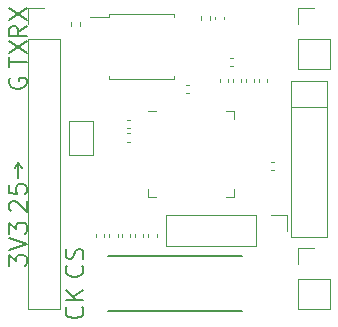
<source format=gbr>
%TF.GenerationSoftware,KiCad,Pcbnew,(6.0.10)*%
%TF.CreationDate,2023-02-13T21:08:55-05:00*%
%TF.ProjectId,module_board,6d6f6475-6c65-45f6-926f-6172642e6b69,rev?*%
%TF.SameCoordinates,Original*%
%TF.FileFunction,Legend,Top*%
%TF.FilePolarity,Positive*%
%FSLAX46Y46*%
G04 Gerber Fmt 4.6, Leading zero omitted, Abs format (unit mm)*
G04 Created by KiCad (PCBNEW (6.0.10)) date 2023-02-13 21:08:55*
%MOMM*%
%LPD*%
G01*
G04 APERTURE LIST*
%ADD10C,0.150000*%
%ADD11C,0.120000*%
%ADD12C,0.127000*%
G04 APERTURE END LIST*
D10*
X146350000Y-90400000D02*
X146050000Y-90800000D01*
X146650000Y-90800000D02*
X146350000Y-90400000D01*
X146350000Y-91600000D02*
X146350000Y-90400000D01*
X147078571Y-78750000D02*
X146364285Y-79250000D01*
X147078571Y-79607142D02*
X145578571Y-79607142D01*
X145578571Y-79035714D01*
X145650000Y-78892857D01*
X145721428Y-78821428D01*
X145864285Y-78750000D01*
X146078571Y-78750000D01*
X146221428Y-78821428D01*
X146292857Y-78892857D01*
X146364285Y-79035714D01*
X146364285Y-79607142D01*
X145578571Y-78250000D02*
X147078571Y-77250000D01*
X145578571Y-77250000D02*
X147078571Y-78250000D01*
X151735714Y-99050000D02*
X151807142Y-99121428D01*
X151878571Y-99335714D01*
X151878571Y-99478571D01*
X151807142Y-99692857D01*
X151664285Y-99835714D01*
X151521428Y-99907142D01*
X151235714Y-99978571D01*
X151021428Y-99978571D01*
X150735714Y-99907142D01*
X150592857Y-99835714D01*
X150450000Y-99692857D01*
X150378571Y-99478571D01*
X150378571Y-99335714D01*
X150450000Y-99121428D01*
X150521428Y-99050000D01*
X151807142Y-98478571D02*
X151878571Y-98264285D01*
X151878571Y-97907142D01*
X151807142Y-97764285D01*
X151735714Y-97692857D01*
X151592857Y-97621428D01*
X151450000Y-97621428D01*
X151307142Y-97692857D01*
X151235714Y-97764285D01*
X151164285Y-97907142D01*
X151092857Y-98192857D01*
X151021428Y-98335714D01*
X150950000Y-98407142D01*
X150807142Y-98478571D01*
X150664285Y-98478571D01*
X150521428Y-98407142D01*
X150450000Y-98335714D01*
X150378571Y-98192857D01*
X150378571Y-97835714D01*
X150450000Y-97621428D01*
X151735714Y-102585714D02*
X151807142Y-102657142D01*
X151878571Y-102871428D01*
X151878571Y-103014285D01*
X151807142Y-103228571D01*
X151664285Y-103371428D01*
X151521428Y-103442857D01*
X151235714Y-103514285D01*
X151021428Y-103514285D01*
X150735714Y-103442857D01*
X150592857Y-103371428D01*
X150450000Y-103228571D01*
X150378571Y-103014285D01*
X150378571Y-102871428D01*
X150450000Y-102657142D01*
X150521428Y-102585714D01*
X151878571Y-101942857D02*
X150378571Y-101942857D01*
X151878571Y-101085714D02*
X151021428Y-101728571D01*
X150378571Y-101085714D02*
X151235714Y-101942857D01*
X145721428Y-94442857D02*
X145650000Y-94371428D01*
X145578571Y-94228571D01*
X145578571Y-93871428D01*
X145650000Y-93728571D01*
X145721428Y-93657142D01*
X145864285Y-93585714D01*
X146007142Y-93585714D01*
X146221428Y-93657142D01*
X147078571Y-94514285D01*
X147078571Y-93585714D01*
X145578571Y-92228571D02*
X145578571Y-92942857D01*
X146292857Y-93014285D01*
X146221428Y-92942857D01*
X146150000Y-92800000D01*
X146150000Y-92442857D01*
X146221428Y-92300000D01*
X146292857Y-92228571D01*
X146435714Y-92157142D01*
X146792857Y-92157142D01*
X146935714Y-92228571D01*
X147007142Y-92300000D01*
X147078571Y-92442857D01*
X147078571Y-92800000D01*
X147007142Y-92942857D01*
X146935714Y-93014285D01*
X145650000Y-83207142D02*
X145578571Y-83350000D01*
X145578571Y-83564285D01*
X145650000Y-83778571D01*
X145792857Y-83921428D01*
X145935714Y-83992857D01*
X146221428Y-84064285D01*
X146435714Y-84064285D01*
X146721428Y-83992857D01*
X146864285Y-83921428D01*
X147007142Y-83778571D01*
X147078571Y-83564285D01*
X147078571Y-83421428D01*
X147007142Y-83207142D01*
X146935714Y-83135714D01*
X146435714Y-83135714D01*
X146435714Y-83421428D01*
X145578571Y-99057142D02*
X145578571Y-98128571D01*
X146150000Y-98628571D01*
X146150000Y-98414285D01*
X146221428Y-98271428D01*
X146292857Y-98200000D01*
X146435714Y-98128571D01*
X146792857Y-98128571D01*
X146935714Y-98200000D01*
X147007142Y-98271428D01*
X147078571Y-98414285D01*
X147078571Y-98842857D01*
X147007142Y-98985714D01*
X146935714Y-99057142D01*
X145578571Y-97700000D02*
X147078571Y-97200000D01*
X145578571Y-96700000D01*
X145578571Y-96342857D02*
X145578571Y-95414285D01*
X146150000Y-95914285D01*
X146150000Y-95700000D01*
X146221428Y-95557142D01*
X146292857Y-95485714D01*
X146435714Y-95414285D01*
X146792857Y-95414285D01*
X146935714Y-95485714D01*
X147007142Y-95557142D01*
X147078571Y-95700000D01*
X147078571Y-96128571D01*
X147007142Y-96271428D01*
X146935714Y-96342857D01*
X145578571Y-82242857D02*
X145578571Y-81385714D01*
X147078571Y-81814285D02*
X145578571Y-81814285D01*
X145578571Y-81028571D02*
X147078571Y-80028571D01*
X145578571Y-80028571D02*
X147078571Y-81028571D01*
D11*
%TO.C,J1*%
X158850000Y-94770000D02*
X158850000Y-97430000D01*
X169130000Y-94770000D02*
X169130000Y-96100000D01*
X166530000Y-94770000D02*
X166530000Y-97430000D01*
X166530000Y-97430000D02*
X158850000Y-97430000D01*
X166530000Y-94770000D02*
X158850000Y-94770000D01*
X167800000Y-94770000D02*
X169130000Y-94770000D01*
%TO.C,C9*%
X155140000Y-96392164D02*
X155140000Y-96607836D01*
X155860000Y-96392164D02*
X155860000Y-96607836D01*
%TO.C,C4*%
X165640000Y-83507836D02*
X165640000Y-83292164D01*
X166360000Y-83507836D02*
X166360000Y-83292164D01*
%TO.C,C5*%
X164160000Y-83507836D02*
X164160000Y-83292164D01*
X163440000Y-83507836D02*
X163440000Y-83292164D01*
%TO.C,J10*%
X170090000Y-78570000D02*
X170090000Y-77240000D01*
X170090000Y-82440000D02*
X172750000Y-82440000D01*
X170090000Y-77240000D02*
X171420000Y-77240000D01*
X172750000Y-79840000D02*
X172750000Y-82440000D01*
X170090000Y-79840000D02*
X170090000Y-82440000D01*
X170090000Y-79840000D02*
X172750000Y-79840000D01*
%TO.C,C8*%
X152940000Y-96392164D02*
X152940000Y-96607836D01*
X153660000Y-96392164D02*
X153660000Y-96607836D01*
%TO.C,C6*%
X164292164Y-82160000D02*
X164507836Y-82160000D01*
X164292164Y-81440000D02*
X164507836Y-81440000D01*
%TO.C,R3*%
X154780000Y-96653641D02*
X154780000Y-96346359D01*
X154020000Y-96653641D02*
X154020000Y-96346359D01*
%TO.C,C14*%
X163760000Y-78207836D02*
X163760000Y-77992164D01*
X163040000Y-78207836D02*
X163040000Y-77992164D01*
%TO.C,J2*%
X147230000Y-79840000D02*
X149890000Y-79840000D01*
X147230000Y-79840000D02*
X147230000Y-102760000D01*
X149890000Y-79840000D02*
X149890000Y-102760000D01*
X147230000Y-77240000D02*
X148560000Y-77240000D01*
X147230000Y-102760000D02*
X149890000Y-102760000D01*
X147230000Y-78570000D02*
X147230000Y-77240000D01*
%TO.C,C13*%
X166740000Y-83507836D02*
X166740000Y-83292164D01*
X167460000Y-83507836D02*
X167460000Y-83292164D01*
%TO.C,C12*%
X156240000Y-96392164D02*
X156240000Y-96607836D01*
X156960000Y-96392164D02*
X156960000Y-96607836D01*
%TO.C,J9*%
X170090000Y-102750000D02*
X172750000Y-102750000D01*
X170090000Y-98880000D02*
X170090000Y-97550000D01*
X170090000Y-100150000D02*
X172750000Y-100150000D01*
X170090000Y-97550000D02*
X171420000Y-97550000D01*
X172750000Y-100150000D02*
X172750000Y-102750000D01*
X170090000Y-100150000D02*
X170090000Y-102750000D01*
%TO.C,C3*%
X164540000Y-83292164D02*
X164540000Y-83507836D01*
X165260000Y-83292164D02*
X165260000Y-83507836D01*
%TO.C,C10*%
X155807836Y-87840000D02*
X155592164Y-87840000D01*
X155807836Y-88560000D02*
X155592164Y-88560000D01*
%TO.C,C11*%
X167772164Y-90246250D02*
X167987836Y-90246250D01*
X167772164Y-90966250D02*
X167987836Y-90966250D01*
D12*
%TO.C,Y1*%
X165350000Y-98200000D02*
X153950000Y-98200000D01*
X165350000Y-102900000D02*
X153950000Y-102900000D01*
D11*
%TO.C,C2*%
X157390000Y-96392164D02*
X157390000Y-96607836D01*
X158110000Y-96392164D02*
X158110000Y-96607836D01*
%TO.C,R1*%
X151580000Y-78753641D02*
X151580000Y-78446359D01*
X150820000Y-78753641D02*
X150820000Y-78446359D01*
%TO.C,R2*%
X161820000Y-77946359D02*
X161820000Y-78253641D01*
X162580000Y-77946359D02*
X162580000Y-78253641D01*
%TO.C,U1*%
X158040000Y-93222500D02*
X157390000Y-93222500D01*
X164610000Y-93222500D02*
X164610000Y-92572500D01*
X163960000Y-93222500D02*
X164610000Y-93222500D01*
X164610000Y-86002500D02*
X164610000Y-86652500D01*
X157390000Y-93222500D02*
X157390000Y-92572500D01*
X158040000Y-86002500D02*
X157390000Y-86002500D01*
X163960000Y-86002500D02*
X164610000Y-86002500D01*
%TO.C,J5*%
X169500000Y-83400000D02*
X172500000Y-83400000D01*
X172500000Y-83400000D02*
X172500000Y-96600000D01*
X172500000Y-96600000D02*
X169500000Y-96600000D01*
X172500000Y-85600000D02*
X169500000Y-85600000D01*
X169500000Y-96600000D02*
X169500000Y-83400000D01*
%TO.C,C1*%
X160592164Y-84460000D02*
X160807836Y-84460000D01*
X160592164Y-83740000D02*
X160807836Y-83740000D01*
%TO.C,U2*%
X156800000Y-77775000D02*
X159525000Y-77775000D01*
X156800000Y-83225000D02*
X159525000Y-83225000D01*
X154075000Y-83225000D02*
X154075000Y-82965000D01*
X154075000Y-78035000D02*
X152400000Y-78035000D01*
X154075000Y-77775000D02*
X154075000Y-78035000D01*
X159525000Y-83225000D02*
X159525000Y-82965000D01*
X159525000Y-77775000D02*
X159525000Y-78035000D01*
X156800000Y-77775000D02*
X154075000Y-77775000D01*
X156800000Y-83225000D02*
X154075000Y-83225000D01*
%TO.C,JP1*%
X152700000Y-86850000D02*
X152700000Y-89650000D01*
X152700000Y-89650000D02*
X150700000Y-89650000D01*
X150700000Y-86850000D02*
X152700000Y-86850000D01*
X150700000Y-89650000D02*
X150700000Y-86850000D01*
%TO.C,C7*%
X155807836Y-87410000D02*
X155592164Y-87410000D01*
X155807836Y-86690000D02*
X155592164Y-86690000D01*
%TD*%
M02*

</source>
